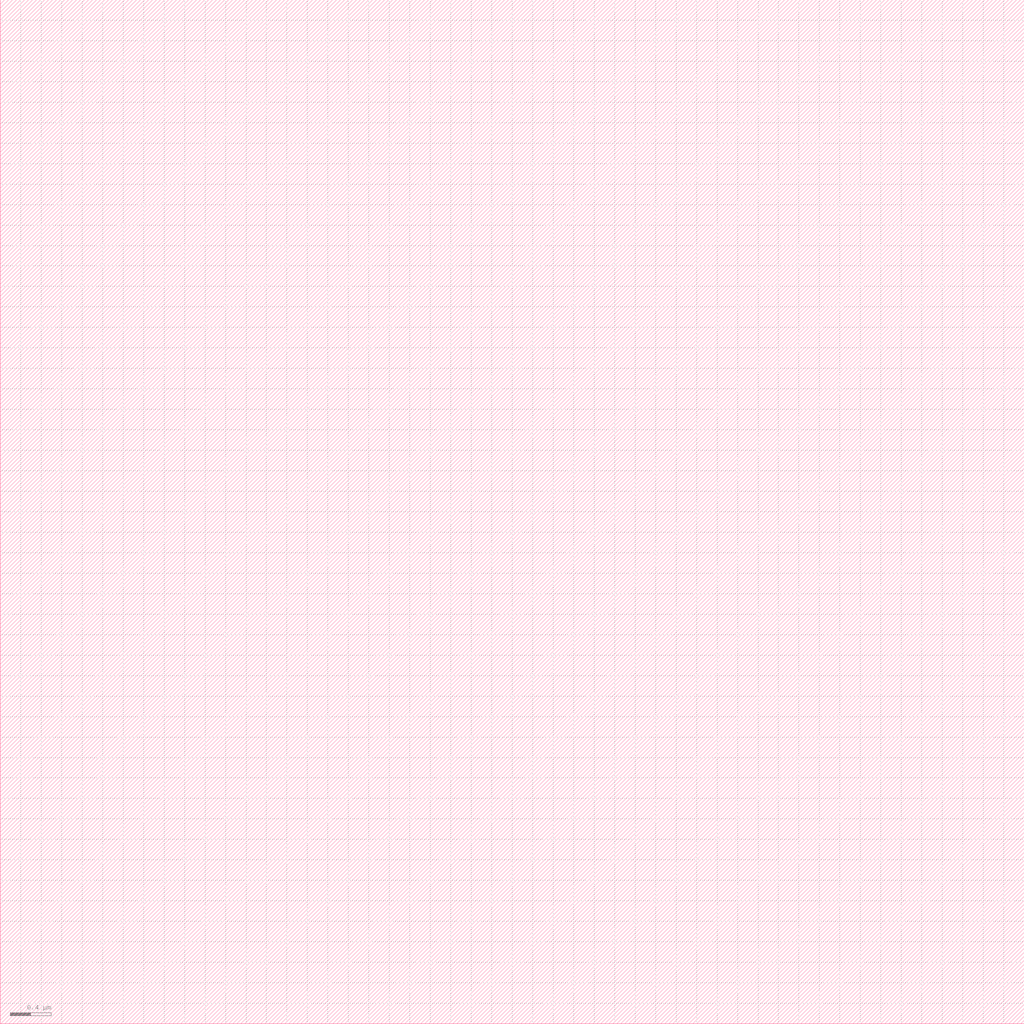
<source format=lef>
MACRO c3
     SIZE 10 BY 10 ;
END c3
 
MACRO c1
     SIZE 10 BY 3 ;
END c1
 
MACRO c2
     SIZE 10 BY 10 ;
END c2

END LIBRARY

</source>
